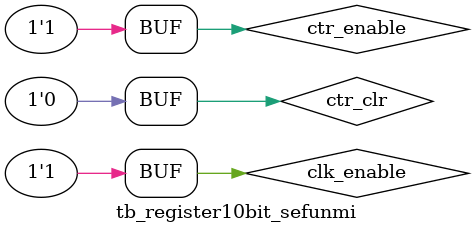
<source format=v>



`timescale 1ns/100ps

module tb_register10bit_sefunmi();
   reg        clk_enable;	// Locally-created clock enable signal
   reg        ctr_enable;	// Locally-created counter enable signal
   reg        ctr_clr;		// Locally-created counter clear signal
   wire       clk_out;		// Clock produced by the clk module
   wire [8:0] count1;	// Counter outputs for the two 4-bit counters
   wire [9:0] q_out;

// Instantiate the clock generator with a period of 100 ns
   clk #(100) clk1(clk_enable, clk_out);

// Intantiate two versions of the counter. ctr1 uses the default values.
   counter9bit_sefunmi ctr1(ctr_enable, ctr_clr, clk_out, count1);
// Intantiate two versions of the counter. ctr1 uses the default values.
   hc280_sefunmi hc280(count1, even, odd);
// Intantiate two versions of the counter. ctr1 uses the default values.
   register10bit_sefunmi register10bit(clk_out, {odd,count1}, q_out); 

// Sequence the ENABLE and CLR signals
   initial begin
      clk_enable = 1;
      ctr_enable = 0;
      ctr_clr = 0;
      #10  ctr_clr = 1;
      #40  ctr_clr = 0;
      #50  ctr_enable = 1;
   end
endmodule
</source>
